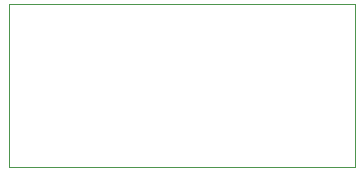
<source format=gbr>
%TF.GenerationSoftware,KiCad,Pcbnew,7.0.6-0*%
%TF.CreationDate,2024-10-04T20:33:39+02:00*%
%TF.ProjectId,Z3660_CPLD_prog,5a333636-305f-4435-904c-445f70726f67,rev?*%
%TF.SameCoordinates,Original*%
%TF.FileFunction,Profile,NP*%
%FSLAX46Y46*%
G04 Gerber Fmt 4.6, Leading zero omitted, Abs format (unit mm)*
G04 Created by KiCad (PCBNEW 7.0.6-0) date 2024-10-04 20:33:39*
%MOMM*%
%LPD*%
G01*
G04 APERTURE LIST*
%TA.AperFunction,Profile*%
%ADD10C,0.100000*%
%TD*%
G04 APERTURE END LIST*
D10*
X155750000Y-42150000D02*
X126500000Y-42150000D01*
X126500000Y-42150000D02*
X126500000Y-55970000D01*
X126500000Y-55970000D02*
X155750000Y-55970000D01*
X155750000Y-55970000D02*
X155750000Y-42150000D01*
M02*

</source>
